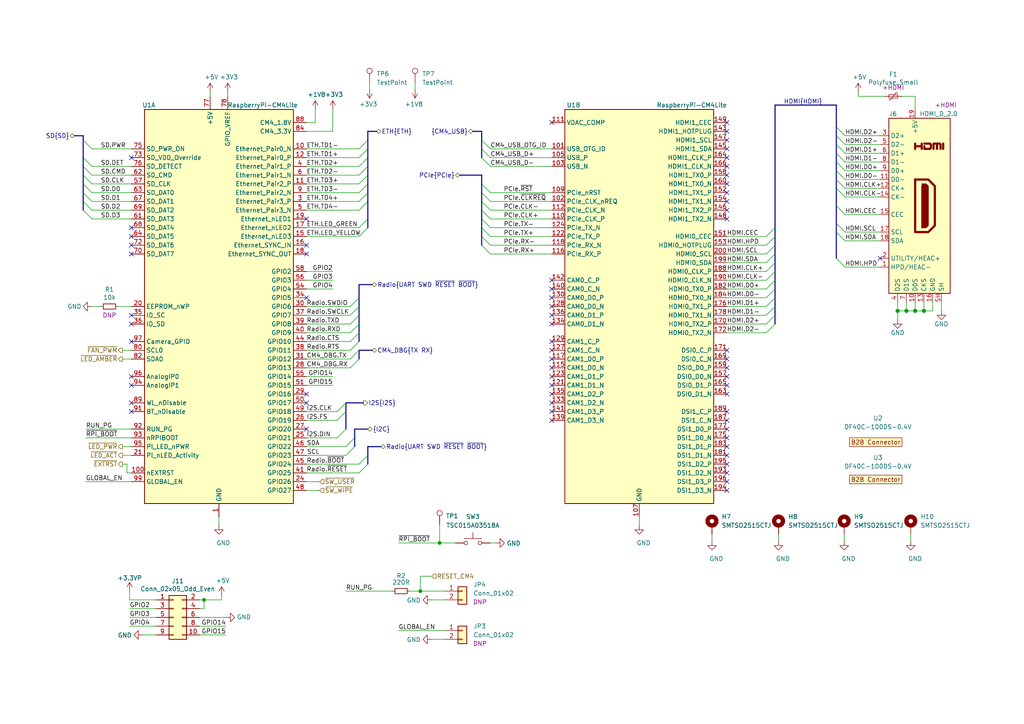
<source format=kicad_sch>
(kicad_sch (version 20230121) (generator eeschema)
  (paper "A4")
  (title_block (title "Compute Module 4") (date "2022-11-06") (rev "1.3b") (company "Nabu Casa") (comment 1 "www.nabucasa.com") (comment 2 "Yellow"))
  (bus_alias "PCIe" (members "~{RST}" "~{CLKREQ}" "CLK+" "CLK-" "TX+" "TX-" "RX+" "RX-"))
  (bus_alias "HDMI" (members "D0+" "D0-" "D1+" "D1-" "D2+" "D2-" "CLK+" "CLK-" "CEC" "HPD" "SDA" "SCL"))
  (bus_alias "UART" (members "TXD" "RXD" "CTS" "RTS"))
  (bus_alias "SD" (members "D[0..3]" "CMD" "CLK" "PWR" "DET"))
  (junction (at 121.92 171.45) (diameter 0.9144))
  (junction (at 59.182 173.99) (diameter 0.9144))
  (junction (at 127.508 157.48) (diameter 0.9144))
  (junction (at 267.97 90.17) (diameter 1.016))
  (junction (at 260.35 90.17) (diameter 1.016))
  (junction (at 265.43 90.17) (diameter 1.016))
  (junction (at 262.89 90.17) (diameter 1.016))
  (no_connect (at 255.27 74.93))
  (no_connect (at 210.82 43.18))
  (no_connect (at 38.1 68.58))
  (no_connect (at 38.1 71.12))
  (no_connect (at 160.02 83.82))
  (no_connect (at 160.02 81.28))
  (no_connect (at 38.1 45.72))
  (no_connect (at 38.1 111.76))
  (no_connect (at 160.02 116.84))
  (no_connect (at 160.02 114.3))
  (no_connect (at 160.02 88.9))
  (no_connect (at 88.9 124.46))
  (no_connect (at 160.02 121.92))
  (no_connect (at 210.82 114.3))
  (no_connect (at 210.82 38.1))
  (no_connect (at 160.02 91.44))
  (no_connect (at 210.82 60.96))
  (no_connect (at 210.82 109.22))
  (no_connect (at 160.02 104.14))
  (no_connect (at 210.82 45.72))
  (no_connect (at 88.9 71.12))
  (no_connect (at 210.82 40.64))
  (no_connect (at 210.82 35.56))
  (no_connect (at 210.82 137.16))
  (no_connect (at 38.1 119.38))
  (no_connect (at 210.82 127))
  (no_connect (at 210.82 134.62))
  (no_connect (at 210.82 139.7))
  (no_connect (at 210.82 129.54))
  (no_connect (at 210.82 50.8))
  (no_connect (at 160.02 119.38))
  (no_connect (at 38.1 109.22))
  (no_connect (at 160.02 99.06))
  (no_connect (at 38.1 93.98))
  (no_connect (at 210.82 63.5))
  (no_connect (at 160.02 86.36))
  (no_connect (at 210.82 132.08))
  (no_connect (at 210.82 58.42))
  (no_connect (at 160.02 101.6))
  (no_connect (at 88.9 86.36))
  (no_connect (at 210.82 101.6))
  (no_connect (at 210.82 119.38))
  (no_connect (at 210.82 121.92))
  (no_connect (at 210.82 55.88))
  (no_connect (at 88.9 63.5))
  (no_connect (at 88.9 73.66))
  (no_connect (at 38.1 73.66))
  (no_connect (at 160.02 106.68))
  (no_connect (at 38.1 116.84))
  (no_connect (at 210.82 104.14))
  (no_connect (at 210.82 111.76))
  (no_connect (at 210.82 53.34))
  (no_connect (at 160.02 35.56))
  (no_connect (at 210.82 48.26))
  (no_connect (at 38.1 91.44))
  (no_connect (at 210.82 124.46))
  (no_connect (at 160.02 111.76))
  (no_connect (at 38.1 66.04))
  (no_connect (at 160.02 93.98))
  (no_connect (at 210.82 106.68))
  (no_connect (at 88.9 114.3))
  (no_connect (at 88.9 116.84))
  (no_connect (at 38.1 99.06))
  (no_connect (at 160.02 109.22))
  (no_connect (at 210.82 142.24))
  (bus_entry (at 224.79 71.12) (size -2.54 2.54) (stroke (width 0.1524)))
  (bus_entry (at 104.14 86.36) (size -2.54 2.54) (stroke (width 0.1524)))
  (bus_entry (at 102.87 129.54) (size -2.54 2.54) (stroke (width 0.1524)))
  (bus_entry (at 242.57 74.93) (size 2.54 2.54) (stroke (width 0.1524)))
  (bus_entry (at 104.14 50.8) (size 2.54 -2.54) (stroke (width 0.1524)))
  (bus_entry (at 224.79 78.74) (size -2.54 2.54) (stroke (width 0.1524)))
  (bus_entry (at 100.33 119.38) (size -2.54 2.54) (stroke (width 0.1524)))
  (bus_entry (at 100.33 116.84) (size -2.54 2.54) (stroke (width 0.1524)))
  (bus_entry (at 139.7 53.34) (size 2.54 2.54) (stroke (width 0.1524)))
  (bus_entry (at 24.13 53.34) (size 2.54 2.54) (stroke (width 0.1524)))
  (bus_entry (at 104.14 93.98) (size -2.54 2.54) (stroke (width 0.1524)))
  (bus_entry (at 104.14 104.14) (size -2.54 2.54) (stroke (width 0.1524)))
  (bus_entry (at 139.7 71.12) (size 2.54 2.54) (stroke (width 0.1524)))
  (bus_entry (at 242.57 46.99) (size 2.54 2.54) (stroke (width 0.1524)))
  (bus_entry (at 104.14 53.34) (size 2.54 -2.54) (stroke (width 0.1524)))
  (bus_entry (at 242.57 59.69) (size 2.54 2.54) (stroke (width 0.1524)))
  (bus_entry (at 104.14 96.52) (size -2.54 2.54) (stroke (width 0.1524)))
  (bus_entry (at 24.13 58.42) (size 2.54 2.54) (stroke (width 0.1524)))
  (bus_entry (at 242.57 36.83) (size 2.54 2.54) (stroke (width 0.1524)))
  (bus_entry (at 242.57 52.07) (size 2.54 2.54) (stroke (width 0.1524)))
  (bus_entry (at 242.57 54.61) (size 2.54 2.54) (stroke (width 0.1524)))
  (bus_entry (at 139.7 68.58) (size 2.54 2.54) (stroke (width 0.1524)))
  (bus_entry (at 106.68 134.62) (size -2.54 2.54) (stroke (width 0.1524)))
  (bus_entry (at 104.14 91.44) (size -2.54 2.54) (stroke (width 0.1524)))
  (bus_entry (at 224.79 66.04) (size -2.54 2.54) (stroke (width 0.1524)))
  (bus_entry (at 242.57 41.91) (size 2.54 2.54) (stroke (width 0.1524)))
  (bus_entry (at 224.79 91.44) (size -2.54 2.54) (stroke (width 0.1524)))
  (bus_entry (at 24.13 50.8) (size 2.54 2.54) (stroke (width 0.1524)))
  (bus_entry (at 104.14 68.58) (size 2.54 -2.54) (stroke (width 0.1524)))
  (bus_entry (at 104.14 66.04) (size 2.54 -2.54) (stroke (width 0.1524)))
  (bus_entry (at 139.7 63.5) (size 2.54 2.54) (stroke (width 0.1524)))
  (bus_entry (at 104.14 48.26) (size 2.54 -2.54) (stroke (width 0.1524)))
  (bus_entry (at 104.14 60.96) (size 2.54 -2.54) (stroke (width 0.1524)))
  (bus_entry (at 224.79 93.98) (size -2.54 2.54) (stroke (width 0.1524)))
  (bus_entry (at 139.7 43.18) (size 2.54 2.54) (stroke (width 0.1524)))
  (bus_entry (at 242.57 67.31) (size 2.54 2.54) (stroke (width 0.1524)))
  (bus_entry (at 102.87 127) (size -2.54 2.54) (stroke (width 0.1524)))
  (bus_entry (at 104.14 101.6) (size -2.54 2.54) (stroke (width 0.1524)))
  (bus_entry (at 139.7 55.88) (size 2.54 2.54) (stroke (width 0.1524)))
  (bus_entry (at 104.14 58.42) (size 2.54 -2.54) (stroke (width 0.1524)))
  (bus_entry (at 139.7 40.64) (size 2.54 2.54) (stroke (width 0.1524)))
  (bus_entry (at 104.14 88.9) (size -2.54 2.54) (stroke (width 0.1524)))
  (bus_entry (at 104.14 43.18) (size 2.54 -2.54) (stroke (width 0.1524)))
  (bus_entry (at 24.13 60.96) (size 2.54 2.54) (stroke (width 0.1524)))
  (bus_entry (at 139.7 66.04) (size 2.54 2.54) (stroke (width 0.1524)))
  (bus_entry (at 106.68 132.08) (size -2.54 2.54) (stroke (width 0.1524)))
  (bus_entry (at 24.13 48.26) (size 2.54 2.54) (stroke (width 0.1524)))
  (bus_entry (at 224.79 86.36) (size -2.54 2.54) (stroke (width 0.1524)))
  (bus_entry (at 242.57 49.53) (size 2.54 2.54) (stroke (width 0.1524)))
  (bus_entry (at 24.13 40.64) (size 2.54 2.54) (stroke (width 0.1524)))
  (bus_entry (at 139.7 58.42) (size 2.54 2.54) (stroke (width 0.1524)))
  (bus_entry (at 104.14 45.72) (size 2.54 -2.54) (stroke (width 0.1524)))
  (bus_entry (at 242.57 44.45) (size 2.54 2.54) (stroke (width 0.1524)))
  (bus_entry (at 242.57 64.77) (size 2.54 2.54) (stroke (width 0.1524)))
  (bus_entry (at 100.33 124.46) (size -2.54 2.54) (stroke (width 0.1524)))
  (bus_entry (at 224.79 83.82) (size -2.54 2.54) (stroke (width 0.1524)))
  (bus_entry (at 242.57 39.37) (size 2.54 2.54) (stroke (width 0.1524)))
  (bus_entry (at 104.14 55.88) (size 2.54 -2.54) (stroke (width 0.1524)))
  (bus_entry (at 139.7 60.96) (size 2.54 2.54) (stroke (width 0.1524)))
  (bus_entry (at 24.13 55.88) (size 2.54 2.54) (stroke (width 0.1524)))
  (bus_entry (at 139.7 45.72) (size 2.54 2.54) (stroke (width 0.1524)))
  (bus_entry (at 224.79 73.66) (size -2.54 2.54) (stroke (width 0.1524)))
  (bus_entry (at 24.13 45.72) (size 2.54 2.54) (stroke (width 0.1524)))
  (bus_entry (at 224.79 68.58) (size -2.54 2.54) (stroke (width 0.1524)))
  (bus_entry (at 224.79 88.9) (size -2.54 2.54) (stroke (width 0.1524)))
  (bus_entry (at 104.14 99.06) (size -2.54 2.54) (stroke (width 0.1524)))
  (bus_entry (at 224.79 81.28) (size -2.54 2.54) (stroke (width 0.1524)))
  (bus_entry (at 224.79 76.2) (size -2.54 2.54) (stroke (width 0.1524)))
  (wire (pts (xy 88.9 127) (xy 97.79 127)))
  (wire (pts (xy 96.52 38.1) (xy 96.52 31.75)))
  (wire (pts (xy 245.11 77.47) (xy 255.27 77.47)))
  (wire (pts (xy 88.9 91.44) (xy 101.6 91.44)))
  (wire (pts (xy 210.82 83.82) (xy 222.25 83.82)))
  (bus (pts (xy 107.95 82.55) (xy 104.14 82.55)))
  (wire (pts (xy 256.54 27.94) (xy 248.92 27.94)))
  (wire (pts (xy 210.82 78.74) (xy 222.25 78.74)))
  (wire (pts (xy 26.67 55.88) (xy 38.1 55.88)))
  (bus (pts (xy 21.59 39.37) (xy 24.13 39.37)))
  (wire (pts (xy 142.24 48.26) (xy 160.02 48.26)))
  (wire (pts (xy 26.67 50.8) (xy 38.1 50.8)))
  (wire (pts (xy 88.9 53.34) (xy 104.14 53.34)))
  (wire (pts (xy 63.5 149.86) (xy 63.5 152.4)))
  (wire (pts (xy 142.24 60.96) (xy 160.02 60.96)))
  (wire (pts (xy 245.11 52.07) (xy 255.27 52.07)))
  (wire (pts (xy 265.43 27.94) (xy 261.62 27.94)))
  (wire (pts (xy 107.188 23.876) (xy 107.188 25.908)))
  (wire (pts (xy 245.11 62.23) (xy 255.27 62.23)))
  (wire (pts (xy 60.96 26.67) (xy 60.96 27.94)))
  (wire (pts (xy 88.9 88.9) (xy 101.6 88.9)))
  (wire (pts (xy 88.9 35.56) (xy 91.44 35.56)))
  (wire (pts (xy 210.82 73.66) (xy 222.25 73.66)))
  (wire (pts (xy 142.24 45.72) (xy 160.02 45.72)))
  (wire (pts (xy 26.67 43.18) (xy 38.1 43.18)))
  (wire (pts (xy 35.56 129.54) (xy 38.1 129.54)))
  (wire (pts (xy 26.67 60.96) (xy 38.1 60.96)))
  (wire (pts (xy 248.92 27.94) (xy 248.92 26.67)))
  (wire (pts (xy 88.9 55.88) (xy 104.14 55.88)))
  (wire (pts (xy 245.11 49.53) (xy 255.27 49.53)))
  (wire (pts (xy 121.92 167.132) (xy 121.92 171.45)))
  (wire (pts (xy 125.222 167.132) (xy 121.92 167.132)))
  (wire (pts (xy 88.9 106.68) (xy 101.6 106.68)))
  (wire (pts (xy 88.9 93.98) (xy 101.6 93.98)))
  (bus (pts (xy 104.14 101.6) (xy 107.95 101.6)))
  (wire (pts (xy 245.11 69.85) (xy 255.27 69.85)))
  (wire (pts (xy 88.9 119.38) (xy 97.79 119.38)))
  (wire (pts (xy 210.82 68.58) (xy 222.25 68.58)))
  (wire (pts (xy 59.182 173.99) (xy 64.262 173.99)))
  (wire (pts (xy 64.262 173.99) (xy 64.262 172.72)))
  (bus (pts (xy 242.57 30.48) (xy 224.79 30.48)))
  (wire (pts (xy 210.82 86.36) (xy 222.25 86.36)))
  (wire (pts (xy 96.52 83.82) (xy 88.9 83.82)))
  (wire (pts (xy 88.9 111.76) (xy 96.52 111.76)))
  (wire (pts (xy 88.9 137.16) (xy 104.14 137.16)))
  (wire (pts (xy 88.9 45.72) (xy 104.14 45.72)))
  (wire (pts (xy 88.9 101.6) (xy 101.6 101.6)))
  (wire (pts (xy 245.11 57.15) (xy 255.27 57.15)))
  (wire (pts (xy 210.82 81.28) (xy 222.25 81.28)))
  (wire (pts (xy 57.912 184.15) (xy 65.532 184.15)))
  (wire (pts (xy 260.35 90.17) (xy 260.35 92.71)))
  (wire (pts (xy 88.9 48.26) (xy 104.14 48.26)))
  (wire (pts (xy 265.43 90.17) (xy 265.43 87.63)))
  (wire (pts (xy 24.892 124.46) (xy 38.1 124.46)))
  (wire (pts (xy 118.872 171.45) (xy 121.92 171.45)))
  (wire (pts (xy 121.92 171.45) (xy 129.032 171.45)))
  (bus (pts (xy 137.16 38.1) (xy 139.7 38.1)))
  (wire (pts (xy 88.9 139.7) (xy 92.71 139.7)))
  (wire (pts (xy 273.05 90.17) (xy 273.05 87.63)))
  (wire (pts (xy 96.52 81.28) (xy 88.9 81.28)))
  (wire (pts (xy 45.212 173.99) (xy 37.592 173.99)))
  (wire (pts (xy 88.9 132.08) (xy 100.33 132.08)))
  (wire (pts (xy 26.67 63.5) (xy 38.1 63.5)))
  (bus (pts (xy 106.68 124.46) (xy 102.87 124.46)))
  (wire (pts (xy 127.508 157.48) (xy 132.08 157.48)))
  (wire (pts (xy 115.57 157.48) (xy 127.508 157.48)))
  (wire (pts (xy 26.67 88.9) (xy 29.21 88.9)))
  (bus (pts (xy 105.41 116.84) (xy 100.33 116.84)))
  (wire (pts (xy 88.9 50.8) (xy 104.14 50.8)))
  (wire (pts (xy 37.592 173.99) (xy 37.592 171.45)))
  (wire (pts (xy 88.9 134.62) (xy 104.14 134.62)))
  (wire (pts (xy 267.97 90.17) (xy 270.51 90.17)))
  (wire (pts (xy 264.16 154.94) (xy 264.16 156.972)))
  (wire (pts (xy 142.24 63.5) (xy 160.02 63.5)))
  (wire (pts (xy 142.24 66.04) (xy 160.02 66.04)))
  (wire (pts (xy 96.52 78.74) (xy 88.9 78.74)))
  (wire (pts (xy 57.912 173.99) (xy 59.182 173.99)))
  (wire (pts (xy 120.396 23.876) (xy 120.396 25.908)))
  (bus (pts (xy 100.33 119.38) (xy 100.33 124.46)))
  (bus (pts (xy 100.33 116.84) (xy 100.33 119.38)))
  (wire (pts (xy 37.592 181.61) (xy 45.212 181.61)))
  (wire (pts (xy 34.29 88.9) (xy 38.1 88.9)))
  (wire (pts (xy 88.9 43.18) (xy 104.14 43.18)))
  (wire (pts (xy 41.402 184.15) (xy 45.212 184.15)))
  (wire (pts (xy 24.892 127) (xy 38.1 127)))
  (wire (pts (xy 245.11 67.31) (xy 255.27 67.31)))
  (bus (pts (xy 139.7 38.1) (xy 139.7 40.64)))
  (bus (pts (xy 139.7 40.64) (xy 139.7 43.18)))
  (bus (pts (xy 139.7 43.18) (xy 139.7 45.72)))
  (wire (pts (xy 245.11 54.61) (xy 255.27 54.61)))
  (wire (pts (xy 88.9 99.06) (xy 101.6 99.06)))
  (bus (pts (xy 106.68 45.72) (xy 106.68 48.26)))
  (bus (pts (xy 106.68 48.26) (xy 106.68 50.8)))
  (bus (pts (xy 106.68 50.8) (xy 106.68 53.34)))
  (bus (pts (xy 106.68 58.42) (xy 106.68 63.5)))
  (bus (pts (xy 106.68 63.5) (xy 106.68 66.04)))
  (bus (pts (xy 106.68 53.34) (xy 106.68 55.88)))
  (bus (pts (xy 106.68 55.88) (xy 106.68 58.42)))
  (bus (pts (xy 106.68 38.1) (xy 106.68 40.64)))
  (bus (pts (xy 106.68 40.64) (xy 106.68 43.18)))
  (bus (pts (xy 106.68 43.18) (xy 106.68 45.72)))
  (wire (pts (xy 260.35 90.17) (xy 262.89 90.17)))
  (wire (pts (xy 267.97 90.17) (xy 267.97 87.63)))
  (wire (pts (xy 142.24 71.12) (xy 160.02 71.12)))
  (wire (pts (xy 57.912 176.53) (xy 59.182 176.53)))
  (wire (pts (xy 35.56 132.08) (xy 38.1 132.08)))
  (wire (pts (xy 142.24 43.18) (xy 160.02 43.18)))
  (wire (pts (xy 88.9 142.24) (xy 92.71 142.24)))
  (wire (pts (xy 265.43 31.75) (xy 265.43 27.94)))
  (wire (pts (xy 88.9 38.1) (xy 96.52 38.1)))
  (bus (pts (xy 110.49 129.54) (xy 106.68 129.54)))
  (wire (pts (xy 210.82 91.44) (xy 222.25 91.44)))
  (bus (pts (xy 104.14 104.14) (xy 104.14 101.6)))
  (wire (pts (xy 115.57 182.88) (xy 129.032 182.88)))
  (wire (pts (xy 210.82 96.52) (xy 222.25 96.52)))
  (wire (pts (xy 88.9 129.54) (xy 100.33 129.54)))
  (wire (pts (xy 127.508 152.146) (xy 127.508 157.48)))
  (wire (pts (xy 210.82 76.2) (xy 222.25 76.2)))
  (wire (pts (xy 88.9 60.96) (xy 104.14 60.96)))
  (bus (pts (xy 106.68 38.1) (xy 109.22 38.1)))
  (wire (pts (xy 26.67 58.42) (xy 38.1 58.42)))
  (wire (pts (xy 88.9 104.14) (xy 101.6 104.14)))
  (wire (pts (xy 142.24 58.42) (xy 160.02 58.42)))
  (wire (pts (xy 88.9 66.04) (xy 104.14 66.04)))
  (wire (pts (xy 57.912 181.61) (xy 65.532 181.61)))
  (wire (pts (xy 206.502 154.94) (xy 206.502 156.972)))
  (bus (pts (xy 24.13 53.34) (xy 24.13 55.88)))
  (bus (pts (xy 24.13 55.88) (xy 24.13 58.42)))
  (bus (pts (xy 24.13 58.42) (xy 24.13 60.96)))
  (bus (pts (xy 24.13 48.26) (xy 24.13 50.8)))
  (bus (pts (xy 24.13 50.8) (xy 24.13 53.34)))
  (bus (pts (xy 24.13 39.37) (xy 24.13 40.64)))
  (bus (pts (xy 24.13 40.64) (xy 24.13 45.72)))
  (bus (pts (xy 24.13 45.72) (xy 24.13 48.26)))
  (bus (pts (xy 224.79 86.36) (xy 224.79 88.9)))
  (bus (pts (xy 224.79 88.9) (xy 224.79 91.44)))
  (bus (pts (xy 224.79 91.44) (xy 224.79 93.98)))
  (bus (pts (xy 224.79 30.48) (xy 224.79 66.04)))
  (bus (pts (xy 224.79 68.58) (xy 224.79 71.12)))
  (bus (pts (xy 224.79 71.12) (xy 224.79 73.66)))
  (bus (pts (xy 224.79 73.66) (xy 224.79 76.2)))
  (bus (pts (xy 224.79 76.2) (xy 224.79 78.74)))
  (bus (pts (xy 224.79 83.82) (xy 224.79 86.36)))
  (bus (pts (xy 224.79 78.74) (xy 224.79 81.28)))
  (bus (pts (xy 224.79 81.28) (xy 224.79 83.82)))
  (bus (pts (xy 224.79 66.04) (xy 224.79 68.58)))
  (wire (pts (xy 142.24 73.66) (xy 160.02 73.66)))
  (wire (pts (xy 26.67 53.34) (xy 38.1 53.34)))
  (wire (pts (xy 37.592 176.53) (xy 45.212 176.53)))
  (bus (pts (xy 139.7 60.96) (xy 139.7 63.5)))
  (bus (pts (xy 139.7 63.5) (xy 139.7 66.04)))
  (bus (pts (xy 139.7 58.42) (xy 139.7 60.96)))
  (bus (pts (xy 139.7 68.58) (xy 139.7 71.12)))
  (bus (pts (xy 139.7 66.04) (xy 139.7 68.58)))
  (bus (pts (xy 139.7 50.8) (xy 139.7 53.34)))
  (bus (pts (xy 139.7 53.34) (xy 139.7 55.88)))
  (bus (pts (xy 139.7 55.88) (xy 139.7 58.42)))
  (wire (pts (xy 245.11 44.45) (xy 255.27 44.45)))
  (wire (pts (xy 143.764 157.48) (xy 142.24 157.48)))
  (wire (pts (xy 100.33 171.45) (xy 113.792 171.45)))
  (wire (pts (xy 24.892 139.7) (xy 38.1 139.7)))
  (wire (pts (xy 59.182 176.53) (xy 59.182 173.99)))
  (wire (pts (xy 210.82 88.9) (xy 222.25 88.9)))
  (wire (pts (xy 245.11 41.91) (xy 255.27 41.91)))
  (bus (pts (xy 133.35 50.8) (xy 139.7 50.8)))
  (wire (pts (xy 66.04 26.67) (xy 66.04 27.94)))
  (wire (pts (xy 91.44 35.56) (xy 91.44 31.75)))
  (wire (pts (xy 35.56 101.6) (xy 38.1 101.6)))
  (wire (pts (xy 185.42 149.86) (xy 185.42 152.4)))
  (wire (pts (xy 125.222 185.42) (xy 129.032 185.42)))
  (wire (pts (xy 57.912 179.07) (xy 65.532 179.07)))
  (wire (pts (xy 37.592 179.07) (xy 45.212 179.07)))
  (wire (pts (xy 262.89 90.17) (xy 265.43 90.17)))
  (wire (pts (xy 88.9 58.42) (xy 104.14 58.42)))
  (wire (pts (xy 270.51 90.17) (xy 270.51 87.63)))
  (wire (pts (xy 35.56 104.14) (xy 38.1 104.14)))
  (wire (pts (xy 88.9 96.52) (xy 101.6 96.52)))
  (wire (pts (xy 88.9 68.58) (xy 104.14 68.58)))
  (wire (pts (xy 142.24 55.88) (xy 160.02 55.88)))
  (bus (pts (xy 106.68 129.54) (xy 106.68 132.08)))
  (bus (pts (xy 106.68 132.08) (xy 106.68 134.62)))
  (wire (pts (xy 88.9 121.92) (xy 97.79 121.92)))
  (wire (pts (xy 225.806 154.94) (xy 225.806 156.972)))
  (wire (pts (xy 26.67 48.26) (xy 38.1 48.26)))
  (wire (pts (xy 245.11 39.37) (xy 255.27 39.37)))
  (wire (pts (xy 142.24 68.58) (xy 160.02 68.58)))
  (bus (pts (xy 242.57 49.53) (xy 242.57 52.07)))
  (bus (pts (xy 242.57 52.07) (xy 242.57 54.61)))
  (bus (pts (xy 242.57 54.61) (xy 242.57 59.69)))
  (bus (pts (xy 242.57 59.69) (xy 242.57 64.77)))
  (bus (pts (xy 242.57 64.77) (xy 242.57 67.31)))
  (bus (pts (xy 242.57 67.31) (xy 242.57 74.93)))
  (bus (pts (xy 242.57 44.45) (xy 242.57 46.99)))
  (bus (pts (xy 242.57 46.99) (xy 242.57 49.53)))
  (bus (pts (xy 242.57 41.91) (xy 242.57 44.45)))
  (bus (pts (xy 242.57 30.48) (xy 242.57 36.83)))
  (bus (pts (xy 242.57 36.83) (xy 242.57 39.37)))
  (bus (pts (xy 242.57 39.37) (xy 242.57 41.91)))
  (wire (pts (xy 260.35 87.63) (xy 260.35 90.17)))
  (wire (pts (xy 36.83 134.62) (xy 35.56 134.62)))
  (wire (pts (xy 36.83 137.16) (xy 36.83 134.62)))
  (wire (pts (xy 38.1 137.16) (xy 36.83 137.16)))
  (wire (pts (xy 244.856 154.94) (xy 244.856 156.972)))
  (wire (pts (xy 125.222 173.99) (xy 129.032 173.99)))
  (wire (pts (xy 210.82 71.12) (xy 222.25 71.12)))
  (wire (pts (xy 88.9 109.22) (xy 96.52 109.22)))
  (wire (pts (xy 210.82 93.98) (xy 222.25 93.98)))
  (bus (pts (xy 104.14 96.52) (xy 104.14 99.06)))
  (bus (pts (xy 104.14 93.98) (xy 104.14 96.52)))
  (bus (pts (xy 104.14 82.55) (xy 104.14 86.36)))
  (bus (pts (xy 104.14 86.36) (xy 104.14 88.9)))
  (bus (pts (xy 104.14 88.9) (xy 104.14 91.44)))
  (bus (pts (xy 104.14 91.44) (xy 104.14 93.98)))
  (wire (pts (xy 265.43 90.17) (xy 267.97 90.17)))
  (wire (pts (xy 245.11 46.99) (xy 255.27 46.99)))
  (bus (pts (xy 102.87 124.46) (xy 102.87 127)))
  (bus (pts (xy 102.87 127) (xy 102.87 129.54)))
  (wire (pts (xy 262.89 90.17) (xy 262.89 87.63)))
  (label "HDMI.D1-" (at 245.11 46.99 0))
  (label "GLOBAL_EN" (at 115.57 182.88 0))
  (label "ETH.TD3-" (at 88.9 55.88 0))
  (label "HDMI.SDA" (at 210.82 76.2 0))
  (label "SD.D1" (at 29.21 58.42 0))
  (label "GPIO15" (at 65.532 184.15 180))
  (label "CM4_DBG.RX" (at 88.9 106.68 0))
  (label "Radio.CTS" (at 88.9 99.06 0))
  (label "Radio.RTS" (at 88.9 101.6 0))
  (label "SD.DET" (at 29.21 48.26 0))
  (label "I2S.DIN" (at 88.9 127 0))
  (label "RUN_PG" (at 24.892 124.46 0))
  (label "HDMI.CLK+" (at 245.11 54.61 0))
  (label "ETH.TD4+" (at 88.9 58.42 0))
  (label "HDMI.HPD" (at 245.11 77.47 0))
  (label "~{RPI_BOOT}" (at 24.892 127 0))
  (label "ETH.TD1+" (at 88.9 45.72 0))
  (label "HDMI.CLK+" (at 210.82 78.74 0))
  (label "ETH.TD1-" (at 88.9 43.18 0))
  (label "HDMI.D2-" (at 210.82 96.52 0))
  (label "ETH.TD2+" (at 88.9 48.26 0))
  (label "Radio.TXD" (at 88.9 93.98 0))
  (label "GPIO3" (at 37.592 179.07 0))
  (label "ETH.LED_GREEN" (at 88.9 66.04 0))
  (label "~{RPI_BOOT}" (at 115.57 157.48 0))
  (label "ETH.TD4-" (at 88.9 60.96 0))
  (label "SD.PWR" (at 29.21 43.18 0))
  (label "SD.D0" (at 29.21 55.88 0))
  (label "HDMI.CLK-" (at 210.82 81.28 0))
  (label "HDMI.D1+" (at 210.82 88.9 0))
  (label "Radio.SWDIO" (at 88.9 88.9 0))
  (label "GLOBAL_EN" (at 24.892 139.7 0))
  (label "SCL" (at 92.71 132.08 180))
  (label "SD.D2" (at 29.21 60.96 0))
  (label "HDMI.D2+" (at 210.82 93.98 0))
  (label "HDMI.CLK-" (at 245.11 57.15 0))
  (label "HDMI.SDA" (at 245.11 69.85 0))
  (label "PCIe.~{CLKREQ}" (at 146.05 58.42 0))
  (label "GPIO3" (at 96.52 81.28 180))
  (label "Radio.RXD" (at 88.9 96.52 0))
  (label "HDMI.D2+" (at 245.11 39.37 0))
  (label "HDMI.D0-" (at 245.11 52.07 0))
  (label "ETH.LED_YELLOW" (at 88.9 68.58 0))
  (label "PCIe.RX-" (at 146.05 71.12 0))
  (label "GPIO2" (at 37.592 176.53 0))
  (label "GPIO4" (at 96.52 83.82 180))
  (label "SD.D3" (at 29.21 63.5 0))
  (label "SD.CMD" (at 29.21 50.8 0))
  (label "HDMI.D0-" (at 210.82 86.36 0))
  (label "HDMI{HDMI}" (at 227.33 30.48 0))
  (label "HDMI.SCL" (at 210.82 73.66 0))
  (label "PCIe.CLK+" (at 146.05 63.5 0))
  (label "Radio.SWCLK" (at 88.9 91.44 0))
  (label "HDMI.HPD" (at 210.82 71.12 0))
  (label "GPIO4" (at 37.592 181.61 0))
  (label "HDMI.D0+" (at 210.82 83.82 0))
  (label "SD.CLK" (at 29.21 53.34 0))
  (label "HDMI.CEC" (at 245.11 62.23 0))
  (label "HDMI.D0+" (at 245.11 49.53 0))
  (label "PCIe.~{RST}" (at 146.05 55.88 0))
  (label "CM4_USB_D+" (at 142.24 45.72 0))
  (label "Radio.~{RESET}" (at 88.9 137.16 0))
  (label "RUN_PG" (at 100.33 171.45 0))
  (label "PCIe.TX+" (at 146.05 68.58 0))
  (label "I2S.CLK" (at 88.9 119.38 0))
  (label "CM4_DBG.TX" (at 88.9 104.14 0))
  (label "GPIO14" (at 65.532 181.61 180))
  (label "CM4_USB_OTG_ID" (at 142.24 43.18 0))
  (label "HDMI.CEC" (at 210.82 68.58 0))
  (label "PCIe.TX-" (at 146.05 66.04 0))
  (label "SDA" (at 92.71 129.54 180))
  (label "GPIO14" (at 96.52 109.22 180))
  (label "HDMI.D1-" (at 210.82 91.44 0))
  (label "PCIe.RX+" (at 146.05 73.66 0))
  (label "PCIe.CLK-" (at 146.05 60.96 0))
  (label "HDMI.D1+" (at 245.11 44.45 0))
  (label "HDMI.D2-" (at 245.11 41.91 0))
  (label "ETH.TD2-" (at 88.9 50.8 0))
  (label "CM4_USB_D-" (at 142.24 48.26 0))
  (label "GPIO15" (at 96.52 111.76 180))
  (label "GPIO2" (at 96.52 78.74 180))
  (label "ETH.TD3+" (at 88.9 53.34 0))
  (label "I2S.FS" (at 88.9 121.92 0))
  (label "HDMI.SCL" (at 245.11 67.31 0))
  (label "Radio.~{BOOT}" (at 88.9 134.62 0))
  (hierarchical_label "RESET_CM4" (shape input) (at 125.222 167.132 0))
  (hierarchical_label "Radio{UART SWD ~{RESET} ~{BOOT}}" (shape bidirectional) (at 107.95 82.55 0))
  (hierarchical_label "Radio{UART SWD ~{RESET} ~{BOOT}}" (shape bidirectional) (at 110.49 129.54 0))
  (hierarchical_label "PCIe{PCIe}" (shape bidirectional) (at 133.35 50.8 180))
  (hierarchical_label "I2S{I2S}" (shape output) (at 105.41 116.84 0))
  (hierarchical_label "ETH{ETH}" (shape bidirectional) (at 109.22 38.1 0))
  (hierarchical_label "~{EXTRST}" (shape output) (at 35.56 134.62 180))
  (hierarchical_label "~{SW_USER}" (shape input) (at 92.71 139.7 0))
  (hierarchical_label "{CM4_USB}" (shape bidirectional) (at 137.16 38.1 180))
  (hierarchical_label "~{LED_ACT}" (shape output) (at 35.56 132.08 180))
  (hierarchical_label "~{LED_AMBER}" (shape output) (at 35.56 104.14 180))
  (hierarchical_label "CM4_DBG{TX RX}" (shape bidirectional) (at 107.95 101.6 0))
  (hierarchical_label "~{LED_PWR}" (shape output) (at 35.56 129.54 180))
  (hierarchical_label "SD{SD}" (shape bidirectional) (at 21.59 39.37 180))
  (hierarchical_label "{I2C}" (shape bidirectional) (at 106.68 124.46 0))
  (hierarchical_label "~{FAN_PWM}" (shape output) (at 35.56 101.6 180))
  (hierarchical_label "~{SW_WIPE}" (shape input) (at 92.71 142.24 0))
  (symbol (lib_id "power:+1V8") (at 120.396 25.908 180) (unit 1)
    (property "Reference" "#PWR0202" (effects hide))
    (property "Value" "+1V8" (at 120.0277 30.2324 0))
  )
  (symbol (lib_id "Mechanical:MountingHole_Pad") (at 225.806 152.4 0) (unit 1)
    (property "Reference" "H8" (at 228.6 149.8599 0) (effects (justify left)))
    (property "Value" "SMTSO2515CTJ" (at 228.6 152.3999 0) (effects (justify left)))
    (property "Footprint" "Yellow:SMTSO2515CTJ" (effects hide))
    (property "Manufacturer" "Sinhoo" (effects hide))
    (property "PartNumber" "SMTSO2515CTJ" (effects hide))
  )
  (symbol (lib_id "power:GND") (at 185.42 152.4 0) (unit 1)
    (property "Reference" "#PWR014" (effects hide))
    (property "Value" "GND" (at 186.69 157.48 0))
  )
  (symbol (lib_id "Device:Polyfuse_Small") (at 259.08 27.94 90) (unit 1)
    (property "Reference" "F1" (at 259.08 21.5708 90))
    (property "Value" "Polyfuse_Small" (at 259.08 23.8695 90))
    (property "Footprint" "Fuse:Fuse_1206_3216Metric" (effects hide))
    (property "Config" "+HDMI" (at 259.08 25.4 90))
    (property "Manufacturer" "Bel Fuse" (effects hide))
    (property "PartNumber" "0ZCJ0010FF2E" (effects hide))
  )
  (symbol (lib_id "Connector_Generic:Conn_02x05_Odd_Even") (at 50.292 179.07 0) (unit 1)
    (property "Reference" "J11" (at 51.562 168.5098 0))
    (property "Value" "Conn_02x05_Odd_Even" (at 51.562 170.8085 0))
    (property "Footprint" "Connector_PinHeader_2.54mm:PinHeader_2x05_P2.54mm_Vertical" (effects hide))
    (property "Manufacturer" "Adam Tech" (effects hide))
    (property "PartNumber" "PH2-10-UA" (effects hide))
  )
  (symbol (lib_id "power:GND") (at 143.764 157.48 90) (mirror x) (unit 1)
    (property "Reference" "#PWR011" (effects hide))
    (property "Value" "GND" (at 146.939 157.5943 90) (effects (justify right)))
  )
  (symbol (lib_id "power:GND") (at 206.502 156.972 0) (unit 1)
    (property "Reference" "#PWR048" (effects hide))
    (property "Value" "GND" (at 207.772 162.052 0))
  )
  (symbol (lib_id "power:+3V3") (at 96.52 31.75 0) (unit 1)
    (property "Reference" "#PWR010" (effects hide))
    (property "Value" "+3V3" (at 96.8883 27.4256 0))
  )
  (symbol (lib_id "Mechanical:MountingHole_Pad") (at 206.502 152.4 0) (unit 1)
    (property "Reference" "H7" (at 209.296 149.8599 0) (effects (justify left)))
    (property "Value" "SMTSO2515CTJ" (at 209.296 152.3999 0) (effects (justify left)))
    (property "Footprint" "Yellow:SMTSO2515CTJ" (effects hide))
    (property "Manufacturer" "Sinhoo" (effects hide))
    (property "PartNumber" "SMTSO2515CTJ" (effects hide))
  )
  (symbol (lib_id "Yellow:DF40C-100DS-0.4V(51)") (at 254 128.27 0) (unit 1)
    (property "Reference" "U2" (at 254.635 121.285 0))
    (property "Value" "DF40C-100DS-0.4V" (at 254.635 123.825 0))
    (property "Footprint" "Yellow:Hirose_DF40_DF40C-100DS-0.4V_2x50_P0.40mm_Vertical_Virtual" (effects hide))
    (property "Datasheet" "https://www.hirose.com/product/download/?distributor=digikey&type=specSheet&lang=en&num=DF40C-100DS-0.4V(51)" (effects hide))
    (property "Manufacturer" "Hirose Electric" (effects hide))
    (property "PartNumber" "DF40C-100DS-0.4V(51)" (effects hide))
  )
  (symbol (lib_id "power:+3.3VP") (at 37.592 171.45 0) (unit 1)
    (property "Reference" "#PWR0115" (effects hide))
    (property "Value" "+3.3VP" (at 34.036 167.64 0) (effects (justify left)))
  )
  (symbol (lib_id "power:GND") (at 65.532 179.07 90) (unit 1)
    (property "Reference" "#PWR07" (effects hide))
    (property "Value" "GND" (at 68.7071 178.9557 90) (effects (justify right)))
  )
  (symbol (lib_id "power:+3V3") (at 66.04 26.67 0) (unit 1)
    (property "Reference" "#PWR08" (effects hide))
    (property "Value" "+3V3" (at 66.4083 22.3456 0))
  )
  (symbol (lib_id "Connector_Generic:Conn_01x02") (at 134.112 171.45 0) (unit 1)
    (property "Reference" "JP4" (at 137.287 169.5449 0) (effects (justify left)))
    (property "Value" "Conn_01x02" (at 137.287 172.0849 0) (effects (justify left)))
    (property "Footprint" "Connector_PinHeader_2.54mm:PinHeader_1x02_P2.54mm_Vertical" (effects hide))
    (property "Config" "DNP" (at 139.192 174.625 0))
    (property "Manufacturer" "Adam Tech" (effects hide))
    (property "PartNumber" "PH1-02-UA" (effects hide))
  )
  (symbol (lib_id "power:+3V3") (at 107.188 25.908 180) (unit 1)
    (property "Reference" "#PWR0201" (effects hide))
    (property "Value" "+3V3" (at 106.8197 30.2324 0))
  )
  (symbol (lib_id "Connector:TestPoint") (at 107.188 23.876 0) (unit 1) (in_bom no)
    (property "Reference" "TP6" (at 109.22 21.3994 0) (effects (justify left)))
    (property "Value" "TestPoint" (at 109.22 23.9394 0) (effects (justify left)))
    (property "Footprint" "TestPoint:TestPoint_Pad_D1.0mm" (effects hide))
  )
  (symbol (lib_id "power:+5V") (at 248.92 26.67 0) (unit 1)
    (property "Reference" "#PWR015" (effects hide))
    (property "Value" "+5V" (at 249.2883 22.3456 0))
  )
  (symbol (lib_id "Yellow:DF40C-100DS-0.4V(51)") (at 254 139.065 0) (unit 1)
    (property "Reference" "U3" (at 254.635 132.715 0))
    (property "Value" "DF40C-100DS-0.4V" (at 254.635 135.255 0))
    (property "Footprint" "Yellow:Hirose_DF40_DF40C-100DS-0.4V_2x50_P0.40mm_Vertical_Virtual" (effects hide))
    (property "Datasheet" "https://www.hirose.com/product/download/?distributor=digikey&type=specSheet&lang=en&num=DF40C-100DS-0.4V(51)" (effects hide))
    (property "Manufacturer" "Hirose Electric" (effects hide))
    (property "PartNumber" "DF40C-100DS-0.4V(51)" (effects hide))
  )
  (symbol (lib_id "Switch:SW_Push") (at 137.16 157.48 0) (unit 1)
    (property "Reference" "SW3" (at 137.16 149.86 0))
    (property "Value" "TSC015A03518A" (at 137.16 152.4 0))
    (property "Footprint" "Yellow:SW_SPST_TSC015A03518A" (effects hide))
    (property "Manufacturer" "BZCN" (effects hide))
    (property "PartNumber" "TSC015A05026A" (effects hide))
  )
  (symbol (lib_id "power:GND") (at 125.222 185.42 270) (unit 1)
    (property "Reference" "#PWR013" (effects hide))
    (property "Value" "GND" (at 122.047 185.5343 90) (effects (justify right)))
  )
  (symbol (lib_id "Connector_Generic:Conn_01x02") (at 134.112 182.88 0) (unit 1)
    (property "Reference" "JP3" (at 137.287 181.6099 0) (effects (justify left)))
    (property "Value" "Conn_01x02" (at 137.287 184.1499 0) (effects (justify left)))
    (property "Footprint" "Connector_PinHeader_2.54mm:PinHeader_1x02_P2.54mm_Vertical" (effects hide))
    (property "Config" "DNP" (at 139.192 186.69 0))
    (property "Manufacturer" "Adam Tech" (effects hide))
    (property "PartNumber" "PH1-02-UA" (effects hide))
  )
  (symbol (lib_id "power:GND") (at 41.402 184.15 270) (unit 1)
    (property "Reference" "#PWR03" (effects hide))
    (property "Value" "GND" (at 38.227 184.2643 90) (effects (justify right)))
  )
  (symbol (lib_id "Device:R_Small") (at 116.332 171.45 90) (unit 1)
    (property "Reference" "R2" (at 116.332 167.005 90))
    (property "Value" "220R" (at 116.332 168.91 90))
    (property "Footprint" "Resistor_SMD:R_0402_1005Metric" (effects hide))
  )
  (symbol (lib_id "power:+1V8") (at 91.44 31.75 0) (unit 1)
    (property "Reference" "#PWR09" (effects hide))
    (property "Value" "+1V8" (at 91.8083 27.4256 0))
  )
  (symbol (lib_id "power:GND") (at 63.5 152.4 0) (unit 1)
    (property "Reference" "#PWR05" (effects hide))
    (property "Value" "GND" (at 64.77 157.48 0))
  )
  (symbol (lib_id "power:GND") (at 273.05 90.17 0) (unit 1)
    (property "Reference" "#PWR0172" (effects hide))
    (property "Value" "GND" (at 273.05 93.98 0))
  )
  (symbol (lib_id "power:GND") (at 225.806 156.972 0) (unit 1)
    (property "Reference" "#PWR054" (effects hide))
    (property "Value" "GND" (at 227.076 162.052 0))
  )
  (symbol (lib_id "power:GND") (at 260.35 92.71 0) (unit 1)
    (property "Reference" "#PWR016" (effects hide))
    (property "Value" "GND" (at 260.35 96.52 0))
  )
  (symbol (lib_id "Connector:TestPoint") (at 120.396 23.876 0) (unit 1) (in_bom no)
    (property "Reference" "TP7" (at 122.428 21.3994 0) (effects (justify left)))
    (property "Value" "TestPoint" (at 122.428 23.9394 0) (effects (justify left)))
    (property "Footprint" "TestPoint:TestPoint_Pad_D1.0mm" (effects hide))
  )
  (symbol (lib_id "power:+5V") (at 60.96 26.67 0) (unit 1)
    (property "Reference" "#PWR04" (effects hide))
    (property "Value" "+5V" (at 61.3283 22.3456 0))
  )
  (symbol (lib_id "power:+5V") (at 64.262 172.72 0) (unit 1)
    (property "Reference" "#PWR06" (effects hide))
    (property "Value" "+5V" (at 64.6303 168.3956 0))
  )
  (symbol (lib_id "Yellow:RaspberryPi-CM4Lite") (at 63.5 88.9 0) (unit 1) (in_bom no)
    (property "Reference" "U1" (at 43.18 30.48 0))
    (property "Value" "RaspberryPi-CM4Lite" (at 76.2 30.48 0))
    (property "Footprint" "Yellow:RaspberryPi-CM4" (effects hide))
    (property "Manufacturer" "Raspberry Pi Foundation" (effects hide))
    (property "PartNumber" "CM4002016" (effects hide))
    (pin "76" (alternate "SD_DETECT"))
  )
  (symbol (lib_id "Connector:TestPoint") (at 127.508 152.146 0) (unit 1) (in_bom no)
    (property "Reference" "TP1" (at 129.286 149.6694 0) (effects (justify left)))
    (property "Value" "TestPoint" (effects hide))
    (property "Footprint" "TestPoint:TestPoint_Pad_D1.0mm" (effects hide))
  )
  (symbol (lib_id "power:GND") (at 26.67 88.9 270) (unit 1)
    (property "Reference" "#PWR01" (effects hide))
    (property "Value" "GND" (at 21.59 88.9 90))
  )
  (symbol (lib_id "power:GND") (at 244.856 156.972 0) (unit 1)
    (property "Reference" "#PWR055" (effects hide))
    (property "Value" "GND" (at 246.126 162.052 0))
  )
  (symbol (lib_id "Mechanical:MountingHole_Pad") (at 244.856 152.4 0) (unit 1)
    (property "Reference" "H9" (at 247.65 149.8599 0) (effects (justify left)))
    (property "Value" "SMTSO2515CTJ" (at 247.65 152.3999 0) (effects (justify left)))
    (property "Footprint" "Yellow:SMTSO2515CTJ" (effects hide))
    (property "Manufacturer" "Sinhoo" (effects hide))
    (property "PartNumber" "SMTSO2515CTJ" (effects hide))
  )
  (symbol (lib_id "power:GND") (at 264.16 156.972 0) (unit 1)
    (property "Reference" "#PWR056" (effects hide))
    (property "Value" "GND" (at 265.43 162.052 0))
  )
  (symbol (lib_id "power:GND") (at 125.222 173.99 270) (unit 1)
    (property "Reference" "#PWR012" (effects hide))
    (property "Value" "GND" (at 122.047 174.1043 90) (effects (justify right)))
  )
  (symbol (lib_name "Yellow:RaspberryPi-CM4Lite_1") (lib_id "Yellow:RaspberryPi-CM4Lite") (at 185.42 88.9 0) (unit 2) (in_bom no)
    (property "Reference" "U1" (at 166.37 30.48 0))
    (property "Value" "RaspberryPi-CM4Lite" (at 200.66 30.48 0))
    (property "Footprint" "Yellow:RaspberryPi-CM4" (effects hide))
    (property "Manufacturer" "Raspberry Pi Foundation" (effects hide))
    (property "PartNumber" "CM4002016" (effects hide))
  )
  (symbol (lib_id "Mechanical:MountingHole_Pad") (at 264.16 152.4 0) (unit 1)
    (property "Reference" "H10" (at 266.954 149.8599 0) (effects (justify left)))
    (property "Value" "SMTSO2515CTJ" (at 266.954 152.3999 0) (effects (justify left)))
    (property "Footprint" "Yellow:SMTSO2515CTJ" (effects hide))
    (property "Manufacturer" "Sinhoo" (effects hide))
    (property "PartNumber" "SMTSO2515CTJ" (effects hide))
  )
  (symbol (lib_id "Device:R_Small") (at 31.75 88.9 90) (unit 1)
    (property "Reference" "R1" (at 31.75 83.9532 90))
    (property "Value" "10k" (at 31.75 86.252 90))
    (property "Footprint" "Resistor_SMD:R_0402_1005Metric" (effects hide))
    (property "Config" "DNP" (at 31.75 91.44 90))
  )
  (symbol (lib_id "Connector:HDMI_D_1.4") (at 265.43 59.69 0) (unit 1)
    (property "Reference" "J6" (at 257.81 33.02 0) (effects (justify left)))
    (property "Value" "HDMI_D_2.0" (at 266.7 33.02 0) (effects (justify left)))
    (property "Footprint" "Connector_HDMI:HDMI_Micro-D_Molex_46765-1x01" (effects hide))
    (property "Datasheet" "http://pinoutguide.com/PortableDevices/micro_hdmi_type_d_pinout.shtml" (effects hide))
    (property "Config" "+HDMI" (at 274.32 30.48 0))
    (property "Manufacturer" "Molex" (effects hide))
    (property "PartNumber" "0467651301" (effects hide))
  )
)
</source>
